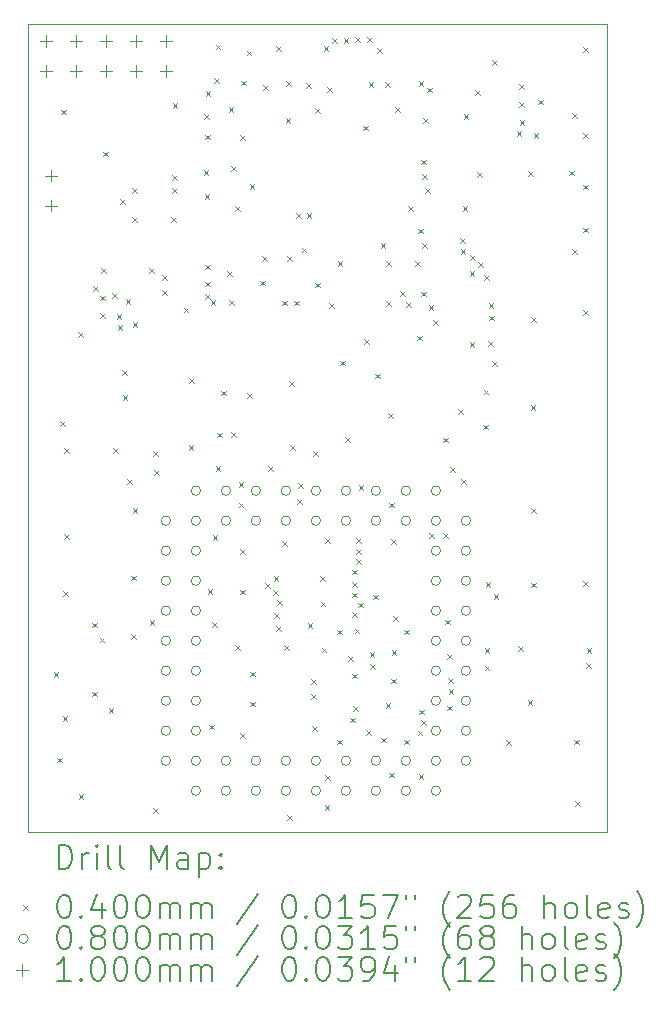
<source format=gbr>
%FSLAX45Y45*%
G04 Gerber Fmt 4.5, Leading zero omitted, Abs format (unit mm)*
G04 Created by KiCad (PCBNEW (6.0.0)) date 2022-01-09 18:23:21*
%MOMM*%
%LPD*%
G01*
G04 APERTURE LIST*
%TA.AperFunction,Profile*%
%ADD10C,0.050000*%
%TD*%
%ADD11C,0.200000*%
%ADD12C,0.040000*%
%ADD13C,0.080000*%
%ADD14C,0.100000*%
G04 APERTURE END LIST*
D10*
X17866170Y-5628370D02*
X17868392Y-12467082D01*
X12970002Y-12467082D02*
X12970320Y-5627100D01*
X17868392Y-12467082D02*
X12970002Y-12467082D01*
X12970320Y-5627100D02*
X17866170Y-5628370D01*
D11*
D12*
X13184444Y-11117646D02*
X13224444Y-11157646D01*
X13224444Y-11117646D02*
X13184444Y-11157646D01*
X13211622Y-11839260D02*
X13251622Y-11879260D01*
X13251622Y-11839260D02*
X13211622Y-11879260D01*
X13237022Y-8990650D02*
X13277022Y-9030650D01*
X13277022Y-8990650D02*
X13237022Y-9030650D01*
X13245404Y-6354130D02*
X13285404Y-6394130D01*
X13285404Y-6354130D02*
X13245404Y-6394130D01*
X13259374Y-11486454D02*
X13299374Y-11526454D01*
X13299374Y-11486454D02*
X13259374Y-11526454D01*
X13263946Y-10429814D02*
X13303946Y-10469814D01*
X13303946Y-10429814D02*
X13263946Y-10469814D01*
X13269534Y-9219758D02*
X13309534Y-9259758D01*
X13309534Y-9219758D02*
X13269534Y-9259758D01*
X13273598Y-9945436D02*
X13313598Y-9985436D01*
X13313598Y-9945436D02*
X13273598Y-9985436D01*
X13391200Y-8237540D02*
X13431200Y-8277540D01*
X13431200Y-8237540D02*
X13391200Y-8277540D01*
X13395264Y-12147870D02*
X13435264Y-12187870D01*
X13435264Y-12147870D02*
X13395264Y-12187870D01*
X13507024Y-11280714D02*
X13547024Y-11320714D01*
X13547024Y-11280714D02*
X13507024Y-11320714D01*
X13507024Y-10697784D02*
X13547024Y-10737784D01*
X13547024Y-10697784D02*
X13507024Y-10737784D01*
X13516426Y-7848200D02*
X13556426Y-7888200D01*
X13556426Y-7848200D02*
X13516426Y-7888200D01*
X13574080Y-10823260D02*
X13614080Y-10863260D01*
X13614080Y-10823260D02*
X13574080Y-10863260D01*
X13576112Y-7928039D02*
X13616112Y-7968039D01*
X13616112Y-7928039D02*
X13576112Y-7968039D01*
X13578377Y-8074748D02*
X13618377Y-8114748D01*
X13618377Y-8074748D02*
X13578377Y-8114748D01*
X13584748Y-7697028D02*
X13624748Y-7737028D01*
X13624748Y-7697028D02*
X13584748Y-7737028D01*
X13601766Y-6710238D02*
X13641766Y-6750238D01*
X13641766Y-6710238D02*
X13601766Y-6750238D01*
X13648756Y-11422700D02*
X13688756Y-11462700D01*
X13688756Y-11422700D02*
X13648756Y-11462700D01*
X13679744Y-7909880D02*
X13719744Y-7949880D01*
X13719744Y-7909880D02*
X13679744Y-7949880D01*
X13686856Y-9221028D02*
X13726856Y-9261028D01*
X13726856Y-9221028D02*
X13686856Y-9261028D01*
X13717720Y-8083100D02*
X13757720Y-8123100D01*
X13757720Y-8083100D02*
X13717720Y-8123100D01*
X13726226Y-8181152D02*
X13766226Y-8221152D01*
X13766226Y-8181152D02*
X13726226Y-8221152D01*
X13745773Y-7111599D02*
X13785773Y-7151599D01*
X13785773Y-7111599D02*
X13745773Y-7151599D01*
X13761786Y-8561390D02*
X13801786Y-8601390D01*
X13801786Y-8561390D02*
X13761786Y-8601390D01*
X13766612Y-8771702D02*
X13806612Y-8811702D01*
X13806612Y-8771702D02*
X13766612Y-8811702D01*
X13793720Y-7956100D02*
X13833720Y-7996100D01*
X13833720Y-7956100D02*
X13793720Y-7996100D01*
X13806998Y-9484934D02*
X13846998Y-9524934D01*
X13846998Y-9484934D02*
X13806998Y-9524934D01*
X13838240Y-10299766D02*
X13878240Y-10339766D01*
X13878240Y-10299766D02*
X13838240Y-10339766D01*
X13839510Y-10795066D02*
X13879510Y-10835066D01*
X13879510Y-10795066D02*
X13839510Y-10835066D01*
X13845352Y-7019610D02*
X13885352Y-7059610D01*
X13885352Y-7019610D02*
X13845352Y-7059610D01*
X13848654Y-7265990D02*
X13888654Y-7305990D01*
X13888654Y-7265990D02*
X13848654Y-7305990D01*
X13852464Y-9724964D02*
X13892464Y-9764964D01*
X13892464Y-9724964D02*
X13852464Y-9764964D01*
X13853480Y-8151180D02*
X13893480Y-8191180D01*
X13893480Y-8151180D02*
X13853480Y-8191180D01*
X13989720Y-7693100D02*
X14029720Y-7733100D01*
X14029720Y-7693100D02*
X13989720Y-7733100D01*
X13995466Y-10673654D02*
X14035466Y-10713654D01*
X14035466Y-10673654D02*
X13995466Y-10713654D01*
X14025692Y-9245666D02*
X14065692Y-9285666D01*
X14065692Y-9245666D02*
X14025692Y-9285666D01*
X14026962Y-12265218D02*
X14066962Y-12305218D01*
X14066962Y-12265218D02*
X14026962Y-12305218D01*
X14036614Y-9407210D02*
X14076614Y-9447210D01*
X14076614Y-9407210D02*
X14036614Y-9447210D01*
X14101720Y-7881100D02*
X14141720Y-7921100D01*
X14141720Y-7881100D02*
X14101720Y-7921100D01*
X14103720Y-7753100D02*
X14143720Y-7793100D01*
X14143720Y-7753100D02*
X14103720Y-7793100D01*
X14180722Y-7262291D02*
X14220722Y-7302291D01*
X14220722Y-7262291D02*
X14180722Y-7302291D01*
X14186220Y-7017070D02*
X14226220Y-7057070D01*
X14226220Y-7017070D02*
X14186220Y-7057070D01*
X14186728Y-6905818D02*
X14226728Y-6945818D01*
X14226728Y-6905818D02*
X14186728Y-6945818D01*
X14190538Y-6295964D02*
X14230538Y-6335964D01*
X14230538Y-6295964D02*
X14190538Y-6335964D01*
X14283720Y-8030100D02*
X14323720Y-8070100D01*
X14323720Y-8030100D02*
X14283720Y-8070100D01*
X14326720Y-9194756D02*
X14366720Y-9234756D01*
X14366720Y-9194756D02*
X14326720Y-9234756D01*
X14327720Y-8624756D02*
X14367720Y-8664756D01*
X14367720Y-8624756D02*
X14327720Y-8664756D01*
X14452920Y-6867464D02*
X14492920Y-6907464D01*
X14492920Y-6867464D02*
X14452920Y-6907464D01*
X14460720Y-6392100D02*
X14500720Y-6432100D01*
X14500720Y-6392100D02*
X14460720Y-6432100D01*
X14463080Y-7068124D02*
X14503080Y-7108124D01*
X14503080Y-7068124D02*
X14463080Y-7108124D01*
X14466128Y-7665278D02*
X14506128Y-7705278D01*
X14506128Y-7665278D02*
X14466128Y-7705278D01*
X14466128Y-7913182D02*
X14506128Y-7953182D01*
X14506128Y-7913182D02*
X14466128Y-7953182D01*
X14466636Y-6565966D02*
X14506636Y-6605966D01*
X14506636Y-6565966D02*
X14466636Y-6605966D01*
X14467144Y-7810058D02*
X14507144Y-7850058D01*
X14507144Y-7810058D02*
X14467144Y-7850058D01*
X14470720Y-6198100D02*
X14510720Y-6238100D01*
X14510720Y-6198100D02*
X14470720Y-6238100D01*
X14487972Y-10415844D02*
X14527972Y-10455844D01*
X14527972Y-10415844D02*
X14487972Y-10455844D01*
X14501180Y-11561130D02*
X14541180Y-11601130D01*
X14541180Y-11561130D02*
X14501180Y-11601130D01*
X14513626Y-7968808D02*
X14553626Y-8008808D01*
X14553626Y-7968808D02*
X14513626Y-8008808D01*
X14526720Y-10694151D02*
X14566720Y-10734151D01*
X14566720Y-10694151D02*
X14526720Y-10734151D01*
X14530574Y-9958176D02*
X14570574Y-9998176D01*
X14570574Y-9958176D02*
X14530574Y-9998176D01*
X14543720Y-6088100D02*
X14583720Y-6128100D01*
X14583720Y-6088100D02*
X14543720Y-6128100D01*
X14554012Y-9374952D02*
X14594012Y-9414952D01*
X14594012Y-9374952D02*
X14554012Y-9414952D01*
X14556044Y-5803458D02*
X14596044Y-5843458D01*
X14596044Y-5803458D02*
X14556044Y-5843458D01*
X14569694Y-9088716D02*
X14609694Y-9128716D01*
X14609694Y-9088716D02*
X14569694Y-9128716D01*
X14603288Y-8733602D02*
X14643288Y-8773602D01*
X14643288Y-8733602D02*
X14603288Y-8773602D01*
X14653072Y-7718618D02*
X14693072Y-7758618D01*
X14693072Y-7718618D02*
X14653072Y-7758618D01*
X14665772Y-6333302D02*
X14705772Y-6373302D01*
X14705772Y-6333302D02*
X14665772Y-6373302D01*
X14668312Y-7968808D02*
X14708312Y-8008808D01*
X14708312Y-7968808D02*
X14668312Y-8008808D01*
X14684720Y-9081756D02*
X14724720Y-9121756D01*
X14724720Y-9081756D02*
X14684720Y-9121756D01*
X14686854Y-6833174D02*
X14726854Y-6873174D01*
X14726854Y-6833174D02*
X14686854Y-6873174D01*
X14719366Y-7168708D02*
X14759366Y-7208708D01*
X14759366Y-7168708D02*
X14719366Y-7208708D01*
X14723176Y-10887776D02*
X14763176Y-10927776D01*
X14763176Y-10887776D02*
X14723176Y-10927776D01*
X14748720Y-9508100D02*
X14788720Y-9548100D01*
X14788720Y-9508100D02*
X14748720Y-9548100D01*
X14750720Y-9682100D02*
X14790720Y-9722100D01*
X14790720Y-9682100D02*
X14750720Y-9722100D01*
X14759498Y-6568760D02*
X14799498Y-6608760D01*
X14799498Y-6568760D02*
X14759498Y-6608760D01*
X14759720Y-10074100D02*
X14799720Y-10114100D01*
X14799720Y-10074100D02*
X14759720Y-10114100D01*
X14762720Y-11630100D02*
X14802720Y-11670100D01*
X14802720Y-11630100D02*
X14762720Y-11670100D01*
X14764720Y-10417100D02*
X14804720Y-10457100D01*
X14804720Y-10417100D02*
X14764720Y-10457100D01*
X14768896Y-6109274D02*
X14808896Y-6149274D01*
X14808896Y-6109274D02*
X14768896Y-6149274D01*
X14818082Y-5853128D02*
X14858082Y-5893128D01*
X14858082Y-5853128D02*
X14818082Y-5893128D01*
X14824014Y-8755192D02*
X14864014Y-8795192D01*
X14864014Y-8755192D02*
X14824014Y-8795192D01*
X14842556Y-6985066D02*
X14882556Y-7025066D01*
X14882556Y-6985066D02*
X14842556Y-7025066D01*
X14846720Y-11111100D02*
X14886720Y-11151100D01*
X14886720Y-11111100D02*
X14846720Y-11151100D01*
X14849160Y-11364788D02*
X14889160Y-11404788D01*
X14889160Y-11364788D02*
X14849160Y-11404788D01*
X14932218Y-7801422D02*
X14972218Y-7841422D01*
X14972218Y-7801422D02*
X14932218Y-7841422D01*
X14951522Y-7594920D02*
X14991522Y-7634920D01*
X14991522Y-7594920D02*
X14951522Y-7634920D01*
X14957872Y-6144456D02*
X14997872Y-6184456D01*
X14997872Y-6144456D02*
X14957872Y-6184456D01*
X14973818Y-10361516D02*
X15013818Y-10401516D01*
X15013818Y-10361516D02*
X14973818Y-10401516D01*
X14996734Y-9373936D02*
X15036734Y-9413936D01*
X15036734Y-9373936D02*
X14996734Y-9413936D01*
X15043087Y-10419604D02*
X15083087Y-10459604D01*
X15083087Y-10419604D02*
X15043087Y-10459604D01*
X15045176Y-10306015D02*
X15085176Y-10346015D01*
X15085176Y-10306015D02*
X15045176Y-10346015D01*
X15049312Y-10617012D02*
X15089312Y-10657012D01*
X15089312Y-10617012D02*
X15049312Y-10657012D01*
X15066076Y-10724099D02*
X15106076Y-10764099D01*
X15106076Y-10724099D02*
X15066076Y-10764099D01*
X15069378Y-5816666D02*
X15109378Y-5856666D01*
X15109378Y-5816666D02*
X15069378Y-5856666D01*
X15077545Y-10509567D02*
X15117545Y-10549567D01*
X15117545Y-10509567D02*
X15077545Y-10549567D01*
X15115606Y-10008428D02*
X15155606Y-10048428D01*
X15155606Y-10008428D02*
X15115606Y-10048428D01*
X15118400Y-7970332D02*
X15158400Y-8010332D01*
X15158400Y-7970332D02*
X15118400Y-8010332D01*
X15133894Y-10890062D02*
X15173894Y-10930062D01*
X15173894Y-10890062D02*
X15133894Y-10930062D01*
X15147356Y-6423980D02*
X15187356Y-6463980D01*
X15187356Y-6423980D02*
X15147356Y-6463980D01*
X15151928Y-6112830D02*
X15191928Y-6152830D01*
X15191928Y-6112830D02*
X15151928Y-6152830D01*
X15157770Y-7593396D02*
X15197770Y-7633396D01*
X15197770Y-7593396D02*
X15157770Y-7633396D01*
X15158024Y-12324146D02*
X15198024Y-12364146D01*
X15198024Y-12324146D02*
X15158024Y-12364146D01*
X15178090Y-8654354D02*
X15218090Y-8694354D01*
X15218090Y-8654354D02*
X15178090Y-8694354D01*
X15185456Y-9194358D02*
X15225456Y-9234358D01*
X15225456Y-9194358D02*
X15185456Y-9234358D01*
X15216698Y-7971856D02*
X15256698Y-8011856D01*
X15256698Y-7971856D02*
X15216698Y-8011856D01*
X15239304Y-7230684D02*
X15279304Y-7270684D01*
X15279304Y-7230684D02*
X15239304Y-7270684D01*
X15243876Y-9651812D02*
X15283876Y-9691812D01*
X15283876Y-9651812D02*
X15243876Y-9691812D01*
X15255720Y-9516100D02*
X15295720Y-9556100D01*
X15295720Y-9516100D02*
X15255720Y-9556100D01*
X15283500Y-7521260D02*
X15323500Y-7561260D01*
X15323500Y-7521260D02*
X15283500Y-7561260D01*
X15321854Y-6129340D02*
X15361854Y-6169340D01*
X15361854Y-6129340D02*
X15321854Y-6169340D01*
X15325664Y-7230684D02*
X15365664Y-7270684D01*
X15365664Y-7230684D02*
X15325664Y-7270684D01*
X15334720Y-10700100D02*
X15374720Y-10740100D01*
X15374720Y-10700100D02*
X15334720Y-10740100D01*
X15364720Y-11303100D02*
X15404720Y-11343100D01*
X15404720Y-11303100D02*
X15364720Y-11343100D01*
X15365288Y-11177082D02*
X15405288Y-11217082D01*
X15405288Y-11177082D02*
X15365288Y-11217082D01*
X15372720Y-11571100D02*
X15412720Y-11611100D01*
X15412720Y-11571100D02*
X15372720Y-11611100D01*
X15383322Y-9244142D02*
X15423322Y-9284142D01*
X15423322Y-9244142D02*
X15383322Y-9284142D01*
X15397292Y-7818694D02*
X15437292Y-7858694D01*
X15437292Y-7818694D02*
X15397292Y-7858694D01*
X15399324Y-6339906D02*
X15439324Y-6379906D01*
X15439324Y-6339906D02*
X15399324Y-6379906D01*
X15440980Y-10303068D02*
X15480980Y-10343068D01*
X15480980Y-10303068D02*
X15440980Y-10343068D01*
X15443774Y-10519476D02*
X15483774Y-10559476D01*
X15483774Y-10519476D02*
X15443774Y-10559476D01*
X15451720Y-10908100D02*
X15491720Y-10948100D01*
X15491720Y-10908100D02*
X15451720Y-10948100D01*
X15469428Y-5816412D02*
X15509428Y-5856412D01*
X15509428Y-5816412D02*
X15469428Y-5856412D01*
X15478318Y-12244390D02*
X15518318Y-12284390D01*
X15518318Y-12244390D02*
X15478318Y-12284390D01*
X15481840Y-11990932D02*
X15521840Y-12030932D01*
X15521840Y-11990932D02*
X15481840Y-12030932D01*
X15483652Y-9978964D02*
X15523652Y-10018964D01*
X15523652Y-9978964D02*
X15483652Y-10018964D01*
X15498892Y-6160204D02*
X15538892Y-6200204D01*
X15538892Y-6160204D02*
X15498892Y-6200204D01*
X15517942Y-7992430D02*
X15557942Y-8032430D01*
X15557942Y-7992430D02*
X15517942Y-8032430D01*
X15540294Y-5745546D02*
X15580294Y-5785546D01*
X15580294Y-5745546D02*
X15540294Y-5785546D01*
X15581696Y-11688130D02*
X15621696Y-11728130D01*
X15621696Y-11688130D02*
X15581696Y-11728130D01*
X15583474Y-10755696D02*
X15623474Y-10795696D01*
X15623474Y-10755696D02*
X15583474Y-10795696D01*
X15588808Y-7634036D02*
X15628808Y-7674036D01*
X15628808Y-7634036D02*
X15588808Y-7674036D01*
X15611720Y-8478100D02*
X15651720Y-8518100D01*
X15651720Y-8478100D02*
X15611720Y-8518100D01*
X15639100Y-5745546D02*
X15679100Y-5785546D01*
X15679100Y-5745546D02*
X15639100Y-5785546D01*
X15650530Y-9124508D02*
X15690530Y-9164508D01*
X15690530Y-9124508D02*
X15650530Y-9164508D01*
X15677619Y-10978006D02*
X15717619Y-11018006D01*
X15717619Y-10978006D02*
X15677619Y-11018006D01*
X15693945Y-11501153D02*
X15733945Y-11541153D01*
X15733945Y-11501153D02*
X15693945Y-11541153D01*
X15708054Y-10609650D02*
X15748054Y-10649650D01*
X15748054Y-10609650D02*
X15708054Y-10649650D01*
X15708950Y-11128060D02*
X15748950Y-11168060D01*
X15748950Y-11128060D02*
X15708950Y-11168060D01*
X15713647Y-10352644D02*
X15753647Y-10392644D01*
X15753647Y-10352644D02*
X15713647Y-10392644D01*
X15713647Y-10443044D02*
X15753647Y-10483044D01*
X15753647Y-10443044D02*
X15713647Y-10483044D01*
X15713756Y-10248282D02*
X15753756Y-10288282D01*
X15753756Y-10248282D02*
X15713756Y-10288282D01*
X15720888Y-11406952D02*
X15760888Y-11446952D01*
X15760888Y-11406952D02*
X15720888Y-11446952D01*
X15731810Y-10747568D02*
X15771810Y-10787568D01*
X15771810Y-10747568D02*
X15731810Y-10787568D01*
X15735112Y-5741482D02*
X15775112Y-5781482D01*
X15775112Y-5741482D02*
X15735112Y-5781482D01*
X15743979Y-10162206D02*
X15783979Y-10202206D01*
X15783979Y-10162206D02*
X15743979Y-10202206D01*
X15744625Y-9981418D02*
X15784625Y-10021418D01*
X15784625Y-9981418D02*
X15744625Y-10021418D01*
X15745372Y-10071816D02*
X15785372Y-10111816D01*
X15785372Y-10071816D02*
X15745372Y-10111816D01*
X15763052Y-10527858D02*
X15803052Y-10567858D01*
X15803052Y-10527858D02*
X15763052Y-10567858D01*
X15765720Y-9532100D02*
X15805720Y-9572100D01*
X15805720Y-9532100D02*
X15765720Y-9572100D01*
X15804962Y-6487988D02*
X15844962Y-6527988D01*
X15844962Y-6487988D02*
X15804962Y-6527988D01*
X15814720Y-8296100D02*
X15854720Y-8336100D01*
X15854720Y-8296100D02*
X15814720Y-8336100D01*
X15827314Y-11604310D02*
X15867314Y-11644310D01*
X15867314Y-11604310D02*
X15827314Y-11644310D01*
X15835188Y-5742498D02*
X15875188Y-5782498D01*
X15875188Y-5742498D02*
X15835188Y-5782498D01*
X15849720Y-6121100D02*
X15889720Y-6161100D01*
X15889720Y-6121100D02*
X15849720Y-6161100D01*
X15859318Y-10948736D02*
X15899318Y-10988736D01*
X15899318Y-10948736D02*
X15859318Y-10988736D01*
X15860334Y-11048812D02*
X15900334Y-11088812D01*
X15900334Y-11048812D02*
X15860334Y-11088812D01*
X15886619Y-10459624D02*
X15926619Y-10499624D01*
X15926619Y-10459624D02*
X15886619Y-10499624D01*
X15904530Y-8588568D02*
X15944530Y-8628568D01*
X15944530Y-8588568D02*
X15904530Y-8628568D01*
X15919770Y-5830636D02*
X15959770Y-5870636D01*
X15959770Y-5830636D02*
X15919770Y-5870636D01*
X15951774Y-7482398D02*
X15991774Y-7522398D01*
X15991774Y-7482398D02*
X15951774Y-7522398D01*
X15958378Y-11671112D02*
X15998378Y-11711112D01*
X15998378Y-11671112D02*
X15958378Y-11711112D01*
X15987720Y-6121100D02*
X16027720Y-6161100D01*
X16027720Y-6121100D02*
X15987720Y-6161100D01*
X15993684Y-11380536D02*
X16033684Y-11420536D01*
X16033684Y-11380536D02*
X15993684Y-11420536D01*
X15998256Y-7636322D02*
X16038256Y-7676322D01*
X16038256Y-7636322D02*
X15998256Y-7676322D01*
X16000034Y-7973126D02*
X16040034Y-8013126D01*
X16040034Y-7973126D02*
X16000034Y-8013126D01*
X16017720Y-8926100D02*
X16057720Y-8966100D01*
X16057720Y-8926100D02*
X16017720Y-8966100D01*
X16021878Y-11966768D02*
X16061878Y-12006768D01*
X16061878Y-11966768D02*
X16021878Y-12006768D01*
X16022720Y-9682100D02*
X16062720Y-9722100D01*
X16062720Y-9682100D02*
X16022720Y-9722100D01*
X16038388Y-11172256D02*
X16078388Y-11212256D01*
X16078388Y-11172256D02*
X16038388Y-11212256D01*
X16040720Y-9993100D02*
X16080720Y-10033100D01*
X16080720Y-9993100D02*
X16040720Y-10033100D01*
X16044040Y-10927204D02*
X16084040Y-10967204D01*
X16084040Y-10927204D02*
X16044040Y-10967204D01*
X16055152Y-10640634D02*
X16095152Y-10680634D01*
X16095152Y-10640634D02*
X16055152Y-10680634D01*
X16072678Y-6334572D02*
X16112678Y-6374572D01*
X16112678Y-6334572D02*
X16072678Y-6374572D01*
X16119414Y-7888290D02*
X16159414Y-7928290D01*
X16159414Y-7888290D02*
X16119414Y-7928290D01*
X16153450Y-11688130D02*
X16193450Y-11728130D01*
X16193450Y-11688130D02*
X16153450Y-11728130D01*
X16153704Y-10757474D02*
X16193704Y-10797474D01*
X16193704Y-10757474D02*
X16153704Y-10797474D01*
X16168182Y-7982524D02*
X16208182Y-8022524D01*
X16208182Y-7982524D02*
X16168182Y-8022524D01*
X16182660Y-7168708D02*
X16222660Y-7208708D01*
X16222660Y-7168708D02*
X16182660Y-7208708D01*
X16244128Y-7639370D02*
X16284128Y-7679370D01*
X16284128Y-7639370D02*
X16244128Y-7679370D01*
X16262924Y-8266242D02*
X16302924Y-8306242D01*
X16302924Y-8266242D02*
X16262924Y-8306242D01*
X16264956Y-11610660D02*
X16304956Y-11650660D01*
X16304956Y-11610660D02*
X16264956Y-11650660D01*
X16270544Y-7362002D02*
X16310544Y-7402002D01*
X16310544Y-7362002D02*
X16270544Y-7402002D01*
X16273592Y-11979214D02*
X16313592Y-12019214D01*
X16313592Y-11979214D02*
X16273592Y-12019214D01*
X16274221Y-6113100D02*
X16314221Y-6153100D01*
X16314221Y-6113100D02*
X16274221Y-6153100D01*
X16276640Y-11432860D02*
X16316640Y-11472860D01*
X16316640Y-11432860D02*
X16276640Y-11472860D01*
X16292134Y-6777802D02*
X16332134Y-6817802D01*
X16332134Y-6777802D02*
X16292134Y-6817802D01*
X16292134Y-7895402D02*
X16332134Y-7935402D01*
X16332134Y-7895402D02*
X16292134Y-7935402D01*
X16296960Y-11523284D02*
X16336960Y-11563284D01*
X16336960Y-11523284D02*
X16296960Y-11563284D01*
X16303818Y-6900738D02*
X16343818Y-6940738D01*
X16343818Y-6900738D02*
X16303818Y-6940738D01*
X16304072Y-7483160D02*
X16344072Y-7523160D01*
X16344072Y-7483160D02*
X16304072Y-7523160D01*
X16309152Y-6424996D02*
X16349152Y-6464996D01*
X16349152Y-6424996D02*
X16309152Y-6464996D01*
X16331250Y-7019356D02*
X16371250Y-7059356D01*
X16371250Y-7019356D02*
X16331250Y-7059356D01*
X16343720Y-6167100D02*
X16383720Y-6207100D01*
X16383720Y-6167100D02*
X16343720Y-6207100D01*
X16357412Y-8006146D02*
X16397412Y-8046146D01*
X16397412Y-8006146D02*
X16357412Y-8046146D01*
X16361222Y-9939340D02*
X16401222Y-9979340D01*
X16401222Y-9939340D02*
X16361222Y-9979340D01*
X16397544Y-8133654D02*
X16437544Y-8173654D01*
X16437544Y-8133654D02*
X16397544Y-8173654D01*
X16479078Y-9938070D02*
X16519078Y-9978070D01*
X16519078Y-9938070D02*
X16479078Y-9978070D01*
X16479332Y-9130604D02*
X16519332Y-9170604D01*
X16519332Y-9130604D02*
X16479332Y-9170604D01*
X16496350Y-10671622D02*
X16536350Y-10711622D01*
X16536350Y-10671622D02*
X16496350Y-10711622D01*
X16516162Y-10960928D02*
X16556162Y-11000928D01*
X16556162Y-10960928D02*
X16516162Y-11000928D01*
X16517940Y-11400727D02*
X16557940Y-11440727D01*
X16557940Y-11400727D02*
X16517940Y-11440727D01*
X16526576Y-11167684D02*
X16566576Y-11207684D01*
X16566576Y-11167684D02*
X16526576Y-11207684D01*
X16528100Y-11260140D02*
X16568100Y-11300140D01*
X16568100Y-11260140D02*
X16528100Y-11300140D01*
X16539784Y-9378762D02*
X16579784Y-9418762D01*
X16579784Y-9378762D02*
X16539784Y-9418762D01*
X16606332Y-8892352D02*
X16646332Y-8932352D01*
X16646332Y-8892352D02*
X16606332Y-8932352D01*
X16627668Y-7444044D02*
X16667668Y-7484044D01*
X16667668Y-7444044D02*
X16627668Y-7484044D01*
X16630208Y-7534468D02*
X16670208Y-7574468D01*
X16670208Y-7534468D02*
X16630208Y-7574468D01*
X16635796Y-9479600D02*
X16675796Y-9519600D01*
X16675796Y-9479600D02*
X16635796Y-9519600D01*
X16645831Y-7168708D02*
X16685831Y-7208708D01*
X16685831Y-7168708D02*
X16645831Y-7208708D01*
X16654592Y-6392230D02*
X16694592Y-6432230D01*
X16694592Y-6392230D02*
X16654592Y-6432230D01*
X16704884Y-7722601D02*
X16744884Y-7762601D01*
X16744884Y-7722601D02*
X16704884Y-7762601D01*
X16705392Y-8321614D02*
X16745392Y-8361614D01*
X16745392Y-8321614D02*
X16705392Y-8361614D01*
X16710472Y-7583744D02*
X16750472Y-7623744D01*
X16750472Y-7583744D02*
X16710472Y-7623744D01*
X16752636Y-6189792D02*
X16792636Y-6229792D01*
X16792636Y-6189792D02*
X16752636Y-6229792D01*
X16768638Y-6882450D02*
X16808638Y-6922450D01*
X16808638Y-6882450D02*
X16768638Y-6922450D01*
X16776004Y-7646736D02*
X16816004Y-7686736D01*
X16816004Y-7646736D02*
X16776004Y-7686736D01*
X16821978Y-9020622D02*
X16861978Y-9060622D01*
X16861978Y-9020622D02*
X16821978Y-9060622D01*
X16825026Y-8724204D02*
X16865026Y-8764204D01*
X16865026Y-8724204D02*
X16825026Y-8764204D01*
X16827312Y-7754940D02*
X16867312Y-7794940D01*
X16867312Y-7754940D02*
X16827312Y-7794940D01*
X16832459Y-10911082D02*
X16872459Y-10951082D01*
X16872459Y-10911082D02*
X16832459Y-10951082D01*
X16833662Y-11060750D02*
X16873662Y-11100750D01*
X16873662Y-11060750D02*
X16833662Y-11100750D01*
X16840266Y-10352090D02*
X16880266Y-10392090D01*
X16880266Y-10352090D02*
X16840266Y-10392090D01*
X16865158Y-8314248D02*
X16905158Y-8354248D01*
X16905158Y-8314248D02*
X16865158Y-8354248D01*
X16866682Y-7994716D02*
X16906682Y-8034716D01*
X16906682Y-7994716D02*
X16866682Y-8034716D01*
X16870238Y-8097078D02*
X16910238Y-8137078D01*
X16910238Y-8097078D02*
X16870238Y-8137078D01*
X16894114Y-8485444D02*
X16934114Y-8525444D01*
X16934114Y-8485444D02*
X16894114Y-8525444D01*
X16898432Y-5936300D02*
X16938432Y-5976300D01*
X16938432Y-5936300D02*
X16898432Y-5976300D01*
X16909862Y-10453690D02*
X16949862Y-10493690D01*
X16949862Y-10453690D02*
X16909862Y-10493690D01*
X17017304Y-11688892D02*
X17057304Y-11728892D01*
X17057304Y-11688892D02*
X17017304Y-11728892D01*
X17102648Y-6535232D02*
X17142648Y-6575232D01*
X17142648Y-6535232D02*
X17102648Y-6575232D01*
X17113570Y-10897174D02*
X17153570Y-10937174D01*
X17153570Y-10897174D02*
X17113570Y-10937174D01*
X17123476Y-6135436D02*
X17163476Y-6175436D01*
X17163476Y-6135436D02*
X17123476Y-6175436D01*
X17127540Y-6288852D02*
X17167540Y-6328852D01*
X17167540Y-6288852D02*
X17127540Y-6328852D01*
X17128556Y-6443284D02*
X17168556Y-6483284D01*
X17168556Y-6443284D02*
X17128556Y-6483284D01*
X17197644Y-11352596D02*
X17237644Y-11392596D01*
X17237644Y-11352596D02*
X17197644Y-11392596D01*
X17201708Y-6872036D02*
X17241708Y-6912036D01*
X17241708Y-6872036D02*
X17201708Y-6912036D01*
X17222790Y-8855522D02*
X17262790Y-8895522D01*
X17262790Y-8855522D02*
X17222790Y-8895522D01*
X17224568Y-10359456D02*
X17264568Y-10399456D01*
X17264568Y-10359456D02*
X17224568Y-10399456D01*
X17228632Y-9729282D02*
X17268632Y-9769282D01*
X17268632Y-9729282D02*
X17228632Y-9769282D01*
X17228886Y-8110540D02*
X17268886Y-8150540D01*
X17268886Y-8110540D02*
X17228886Y-8150540D01*
X17247936Y-6554359D02*
X17287936Y-6594359D01*
X17287936Y-6554359D02*
X17247936Y-6594359D01*
X17284512Y-6269548D02*
X17324512Y-6309548D01*
X17324512Y-6269548D02*
X17284512Y-6309548D01*
X17549688Y-6868988D02*
X17589688Y-6908988D01*
X17589688Y-6868988D02*
X17549688Y-6908988D01*
X17572294Y-6381562D02*
X17612294Y-6421562D01*
X17612294Y-6381562D02*
X17572294Y-6421562D01*
X17573564Y-7533452D02*
X17613564Y-7573452D01*
X17613564Y-7533452D02*
X17573564Y-7573452D01*
X17589312Y-11688384D02*
X17629312Y-11728384D01*
X17629312Y-11688384D02*
X17589312Y-11728384D01*
X17596932Y-12210608D02*
X17636932Y-12250608D01*
X17636932Y-12210608D02*
X17596932Y-12250608D01*
X17664496Y-5822508D02*
X17704496Y-5862508D01*
X17704496Y-5822508D02*
X17664496Y-5862508D01*
X17664750Y-10344216D02*
X17704750Y-10384216D01*
X17704750Y-10344216D02*
X17664750Y-10384216D01*
X17667036Y-6987860D02*
X17707036Y-7027860D01*
X17707036Y-6987860D02*
X17667036Y-7027860D01*
X17667544Y-6554359D02*
X17707544Y-6594359D01*
X17707544Y-6554359D02*
X17667544Y-6594359D01*
X17669068Y-7352096D02*
X17709068Y-7392096D01*
X17709068Y-7352096D02*
X17669068Y-7392096D01*
X17669068Y-8054152D02*
X17709068Y-8094152D01*
X17709068Y-8054152D02*
X17669068Y-8094152D01*
X17694976Y-11042970D02*
X17734976Y-11082970D01*
X17734976Y-11042970D02*
X17694976Y-11082970D01*
X17697008Y-10915208D02*
X17737008Y-10955208D01*
X17737008Y-10915208D02*
X17697008Y-10955208D01*
D13*
X14173830Y-9833610D02*
G75*
G03*
X14173830Y-9833610I-40000J0D01*
G01*
X14173830Y-10087610D02*
G75*
G03*
X14173830Y-10087610I-40000J0D01*
G01*
X14173830Y-10341610D02*
G75*
G03*
X14173830Y-10341610I-40000J0D01*
G01*
X14173830Y-10595610D02*
G75*
G03*
X14173830Y-10595610I-40000J0D01*
G01*
X14173830Y-10849610D02*
G75*
G03*
X14173830Y-10849610I-40000J0D01*
G01*
X14173830Y-11103610D02*
G75*
G03*
X14173830Y-11103610I-40000J0D01*
G01*
X14173830Y-11357610D02*
G75*
G03*
X14173830Y-11357610I-40000J0D01*
G01*
X14173830Y-11611610D02*
G75*
G03*
X14173830Y-11611610I-40000J0D01*
G01*
X14173830Y-11865610D02*
G75*
G03*
X14173830Y-11865610I-40000J0D01*
G01*
X14427830Y-9579610D02*
G75*
G03*
X14427830Y-9579610I-40000J0D01*
G01*
X14427830Y-9833610D02*
G75*
G03*
X14427830Y-9833610I-40000J0D01*
G01*
X14427830Y-10087610D02*
G75*
G03*
X14427830Y-10087610I-40000J0D01*
G01*
X14427830Y-10341610D02*
G75*
G03*
X14427830Y-10341610I-40000J0D01*
G01*
X14427830Y-10595610D02*
G75*
G03*
X14427830Y-10595610I-40000J0D01*
G01*
X14427830Y-10849610D02*
G75*
G03*
X14427830Y-10849610I-40000J0D01*
G01*
X14427830Y-11103610D02*
G75*
G03*
X14427830Y-11103610I-40000J0D01*
G01*
X14427830Y-11357610D02*
G75*
G03*
X14427830Y-11357610I-40000J0D01*
G01*
X14427830Y-11611610D02*
G75*
G03*
X14427830Y-11611610I-40000J0D01*
G01*
X14427830Y-11865610D02*
G75*
G03*
X14427830Y-11865610I-40000J0D01*
G01*
X14427830Y-12119610D02*
G75*
G03*
X14427830Y-12119610I-40000J0D01*
G01*
X14681830Y-9579610D02*
G75*
G03*
X14681830Y-9579610I-40000J0D01*
G01*
X14681830Y-9833610D02*
G75*
G03*
X14681830Y-9833610I-40000J0D01*
G01*
X14681830Y-11865610D02*
G75*
G03*
X14681830Y-11865610I-40000J0D01*
G01*
X14681830Y-12119610D02*
G75*
G03*
X14681830Y-12119610I-40000J0D01*
G01*
X14935830Y-9579610D02*
G75*
G03*
X14935830Y-9579610I-40000J0D01*
G01*
X14935830Y-9833610D02*
G75*
G03*
X14935830Y-9833610I-40000J0D01*
G01*
X14935830Y-11865610D02*
G75*
G03*
X14935830Y-11865610I-40000J0D01*
G01*
X14935830Y-12119610D02*
G75*
G03*
X14935830Y-12119610I-40000J0D01*
G01*
X15189830Y-9579610D02*
G75*
G03*
X15189830Y-9579610I-40000J0D01*
G01*
X15189830Y-9833610D02*
G75*
G03*
X15189830Y-9833610I-40000J0D01*
G01*
X15189830Y-11865610D02*
G75*
G03*
X15189830Y-11865610I-40000J0D01*
G01*
X15189830Y-12119610D02*
G75*
G03*
X15189830Y-12119610I-40000J0D01*
G01*
X15443830Y-9579610D02*
G75*
G03*
X15443830Y-9579610I-40000J0D01*
G01*
X15443830Y-9833610D02*
G75*
G03*
X15443830Y-9833610I-40000J0D01*
G01*
X15443830Y-11865610D02*
G75*
G03*
X15443830Y-11865610I-40000J0D01*
G01*
X15443830Y-12119610D02*
G75*
G03*
X15443830Y-12119610I-40000J0D01*
G01*
X15697830Y-9579610D02*
G75*
G03*
X15697830Y-9579610I-40000J0D01*
G01*
X15697830Y-9833610D02*
G75*
G03*
X15697830Y-9833610I-40000J0D01*
G01*
X15697830Y-11865610D02*
G75*
G03*
X15697830Y-11865610I-40000J0D01*
G01*
X15697830Y-12119610D02*
G75*
G03*
X15697830Y-12119610I-40000J0D01*
G01*
X15951830Y-9579610D02*
G75*
G03*
X15951830Y-9579610I-40000J0D01*
G01*
X15951830Y-9833610D02*
G75*
G03*
X15951830Y-9833610I-40000J0D01*
G01*
X15951830Y-11865610D02*
G75*
G03*
X15951830Y-11865610I-40000J0D01*
G01*
X15951830Y-12119610D02*
G75*
G03*
X15951830Y-12119610I-40000J0D01*
G01*
X16205830Y-9579610D02*
G75*
G03*
X16205830Y-9579610I-40000J0D01*
G01*
X16205830Y-9833610D02*
G75*
G03*
X16205830Y-9833610I-40000J0D01*
G01*
X16205830Y-11865610D02*
G75*
G03*
X16205830Y-11865610I-40000J0D01*
G01*
X16205830Y-12119610D02*
G75*
G03*
X16205830Y-12119610I-40000J0D01*
G01*
X16459830Y-9579610D02*
G75*
G03*
X16459830Y-9579610I-40000J0D01*
G01*
X16459830Y-9833610D02*
G75*
G03*
X16459830Y-9833610I-40000J0D01*
G01*
X16459830Y-10087610D02*
G75*
G03*
X16459830Y-10087610I-40000J0D01*
G01*
X16459830Y-10341610D02*
G75*
G03*
X16459830Y-10341610I-40000J0D01*
G01*
X16459830Y-10595610D02*
G75*
G03*
X16459830Y-10595610I-40000J0D01*
G01*
X16459830Y-10849610D02*
G75*
G03*
X16459830Y-10849610I-40000J0D01*
G01*
X16459830Y-11103610D02*
G75*
G03*
X16459830Y-11103610I-40000J0D01*
G01*
X16459830Y-11357610D02*
G75*
G03*
X16459830Y-11357610I-40000J0D01*
G01*
X16459830Y-11611610D02*
G75*
G03*
X16459830Y-11611610I-40000J0D01*
G01*
X16459830Y-11865610D02*
G75*
G03*
X16459830Y-11865610I-40000J0D01*
G01*
X16459830Y-12119610D02*
G75*
G03*
X16459830Y-12119610I-40000J0D01*
G01*
X16713830Y-9833610D02*
G75*
G03*
X16713830Y-9833610I-40000J0D01*
G01*
X16713830Y-10087610D02*
G75*
G03*
X16713830Y-10087610I-40000J0D01*
G01*
X16713830Y-10341610D02*
G75*
G03*
X16713830Y-10341610I-40000J0D01*
G01*
X16713830Y-10595610D02*
G75*
G03*
X16713830Y-10595610I-40000J0D01*
G01*
X16713830Y-10849610D02*
G75*
G03*
X16713830Y-10849610I-40000J0D01*
G01*
X16713830Y-11103610D02*
G75*
G03*
X16713830Y-11103610I-40000J0D01*
G01*
X16713830Y-11357610D02*
G75*
G03*
X16713830Y-11357610I-40000J0D01*
G01*
X16713830Y-11611610D02*
G75*
G03*
X16713830Y-11611610I-40000J0D01*
G01*
X16713830Y-11865610D02*
G75*
G03*
X16713830Y-11865610I-40000J0D01*
G01*
D14*
X13116560Y-5721134D02*
X13116560Y-5821134D01*
X13066560Y-5771134D02*
X13166560Y-5771134D01*
X13116560Y-5975134D02*
X13116560Y-6075134D01*
X13066560Y-6025134D02*
X13166560Y-6025134D01*
X13162026Y-6861340D02*
X13162026Y-6961340D01*
X13112026Y-6911340D02*
X13212026Y-6911340D01*
X13162026Y-7115340D02*
X13162026Y-7215340D01*
X13112026Y-7165340D02*
X13212026Y-7165340D01*
X13370560Y-5721134D02*
X13370560Y-5821134D01*
X13320560Y-5771134D02*
X13420560Y-5771134D01*
X13370560Y-5975134D02*
X13370560Y-6075134D01*
X13320560Y-6025134D02*
X13420560Y-6025134D01*
X13624560Y-5721134D02*
X13624560Y-5821134D01*
X13574560Y-5771134D02*
X13674560Y-5771134D01*
X13624560Y-5975134D02*
X13624560Y-6075134D01*
X13574560Y-6025134D02*
X13674560Y-6025134D01*
X13878560Y-5721134D02*
X13878560Y-5821134D01*
X13828560Y-5771134D02*
X13928560Y-5771134D01*
X13878560Y-5975134D02*
X13878560Y-6075134D01*
X13828560Y-6025134D02*
X13928560Y-6025134D01*
X14132560Y-5721134D02*
X14132560Y-5821134D01*
X14082560Y-5771134D02*
X14182560Y-5771134D01*
X14132560Y-5975134D02*
X14132560Y-6075134D01*
X14082560Y-6025134D02*
X14182560Y-6025134D01*
D11*
X13225121Y-12780058D02*
X13225121Y-12580058D01*
X13272740Y-12580058D01*
X13301311Y-12589582D01*
X13320359Y-12608630D01*
X13329883Y-12627677D01*
X13339407Y-12665772D01*
X13339407Y-12694344D01*
X13329883Y-12732439D01*
X13320359Y-12751487D01*
X13301311Y-12770534D01*
X13272740Y-12780058D01*
X13225121Y-12780058D01*
X13425121Y-12780058D02*
X13425121Y-12646725D01*
X13425121Y-12684820D02*
X13434645Y-12665772D01*
X13444169Y-12656249D01*
X13463216Y-12646725D01*
X13482264Y-12646725D01*
X13548930Y-12780058D02*
X13548930Y-12646725D01*
X13548930Y-12580058D02*
X13539407Y-12589582D01*
X13548930Y-12599106D01*
X13558454Y-12589582D01*
X13548930Y-12580058D01*
X13548930Y-12599106D01*
X13672740Y-12780058D02*
X13653692Y-12770534D01*
X13644169Y-12751487D01*
X13644169Y-12580058D01*
X13777502Y-12780058D02*
X13758454Y-12770534D01*
X13748930Y-12751487D01*
X13748930Y-12580058D01*
X14006073Y-12780058D02*
X14006073Y-12580058D01*
X14072740Y-12722915D01*
X14139407Y-12580058D01*
X14139407Y-12780058D01*
X14320359Y-12780058D02*
X14320359Y-12675296D01*
X14310835Y-12656249D01*
X14291788Y-12646725D01*
X14253692Y-12646725D01*
X14234645Y-12656249D01*
X14320359Y-12770534D02*
X14301311Y-12780058D01*
X14253692Y-12780058D01*
X14234645Y-12770534D01*
X14225121Y-12751487D01*
X14225121Y-12732439D01*
X14234645Y-12713391D01*
X14253692Y-12703868D01*
X14301311Y-12703868D01*
X14320359Y-12694344D01*
X14415597Y-12646725D02*
X14415597Y-12846725D01*
X14415597Y-12656249D02*
X14434645Y-12646725D01*
X14472740Y-12646725D01*
X14491788Y-12656249D01*
X14501311Y-12665772D01*
X14510835Y-12684820D01*
X14510835Y-12741963D01*
X14501311Y-12761010D01*
X14491788Y-12770534D01*
X14472740Y-12780058D01*
X14434645Y-12780058D01*
X14415597Y-12770534D01*
X14596550Y-12761010D02*
X14606073Y-12770534D01*
X14596550Y-12780058D01*
X14587026Y-12770534D01*
X14596550Y-12761010D01*
X14596550Y-12780058D01*
X14596550Y-12656249D02*
X14606073Y-12665772D01*
X14596550Y-12675296D01*
X14587026Y-12665772D01*
X14596550Y-12656249D01*
X14596550Y-12675296D01*
D12*
X12927502Y-13089582D02*
X12967502Y-13129582D01*
X12967502Y-13089582D02*
X12927502Y-13129582D01*
D11*
X13263216Y-13000058D02*
X13282264Y-13000058D01*
X13301311Y-13009582D01*
X13310835Y-13019106D01*
X13320359Y-13038153D01*
X13329883Y-13076249D01*
X13329883Y-13123868D01*
X13320359Y-13161963D01*
X13310835Y-13181010D01*
X13301311Y-13190534D01*
X13282264Y-13200058D01*
X13263216Y-13200058D01*
X13244169Y-13190534D01*
X13234645Y-13181010D01*
X13225121Y-13161963D01*
X13215597Y-13123868D01*
X13215597Y-13076249D01*
X13225121Y-13038153D01*
X13234645Y-13019106D01*
X13244169Y-13009582D01*
X13263216Y-13000058D01*
X13415597Y-13181010D02*
X13425121Y-13190534D01*
X13415597Y-13200058D01*
X13406073Y-13190534D01*
X13415597Y-13181010D01*
X13415597Y-13200058D01*
X13596550Y-13066725D02*
X13596550Y-13200058D01*
X13548930Y-12990534D02*
X13501311Y-13133391D01*
X13625121Y-13133391D01*
X13739407Y-13000058D02*
X13758454Y-13000058D01*
X13777502Y-13009582D01*
X13787026Y-13019106D01*
X13796550Y-13038153D01*
X13806073Y-13076249D01*
X13806073Y-13123868D01*
X13796550Y-13161963D01*
X13787026Y-13181010D01*
X13777502Y-13190534D01*
X13758454Y-13200058D01*
X13739407Y-13200058D01*
X13720359Y-13190534D01*
X13710835Y-13181010D01*
X13701311Y-13161963D01*
X13691788Y-13123868D01*
X13691788Y-13076249D01*
X13701311Y-13038153D01*
X13710835Y-13019106D01*
X13720359Y-13009582D01*
X13739407Y-13000058D01*
X13929883Y-13000058D02*
X13948930Y-13000058D01*
X13967978Y-13009582D01*
X13977502Y-13019106D01*
X13987026Y-13038153D01*
X13996550Y-13076249D01*
X13996550Y-13123868D01*
X13987026Y-13161963D01*
X13977502Y-13181010D01*
X13967978Y-13190534D01*
X13948930Y-13200058D01*
X13929883Y-13200058D01*
X13910835Y-13190534D01*
X13901311Y-13181010D01*
X13891788Y-13161963D01*
X13882264Y-13123868D01*
X13882264Y-13076249D01*
X13891788Y-13038153D01*
X13901311Y-13019106D01*
X13910835Y-13009582D01*
X13929883Y-13000058D01*
X14082264Y-13200058D02*
X14082264Y-13066725D01*
X14082264Y-13085772D02*
X14091788Y-13076249D01*
X14110835Y-13066725D01*
X14139407Y-13066725D01*
X14158454Y-13076249D01*
X14167978Y-13095296D01*
X14167978Y-13200058D01*
X14167978Y-13095296D02*
X14177502Y-13076249D01*
X14196550Y-13066725D01*
X14225121Y-13066725D01*
X14244169Y-13076249D01*
X14253692Y-13095296D01*
X14253692Y-13200058D01*
X14348930Y-13200058D02*
X14348930Y-13066725D01*
X14348930Y-13085772D02*
X14358454Y-13076249D01*
X14377502Y-13066725D01*
X14406073Y-13066725D01*
X14425121Y-13076249D01*
X14434645Y-13095296D01*
X14434645Y-13200058D01*
X14434645Y-13095296D02*
X14444169Y-13076249D01*
X14463216Y-13066725D01*
X14491788Y-13066725D01*
X14510835Y-13076249D01*
X14520359Y-13095296D01*
X14520359Y-13200058D01*
X14910835Y-12990534D02*
X14739407Y-13247677D01*
X15167978Y-13000058D02*
X15187026Y-13000058D01*
X15206073Y-13009582D01*
X15215597Y-13019106D01*
X15225121Y-13038153D01*
X15234645Y-13076249D01*
X15234645Y-13123868D01*
X15225121Y-13161963D01*
X15215597Y-13181010D01*
X15206073Y-13190534D01*
X15187026Y-13200058D01*
X15167978Y-13200058D01*
X15148930Y-13190534D01*
X15139407Y-13181010D01*
X15129883Y-13161963D01*
X15120359Y-13123868D01*
X15120359Y-13076249D01*
X15129883Y-13038153D01*
X15139407Y-13019106D01*
X15148930Y-13009582D01*
X15167978Y-13000058D01*
X15320359Y-13181010D02*
X15329883Y-13190534D01*
X15320359Y-13200058D01*
X15310835Y-13190534D01*
X15320359Y-13181010D01*
X15320359Y-13200058D01*
X15453692Y-13000058D02*
X15472740Y-13000058D01*
X15491788Y-13009582D01*
X15501311Y-13019106D01*
X15510835Y-13038153D01*
X15520359Y-13076249D01*
X15520359Y-13123868D01*
X15510835Y-13161963D01*
X15501311Y-13181010D01*
X15491788Y-13190534D01*
X15472740Y-13200058D01*
X15453692Y-13200058D01*
X15434645Y-13190534D01*
X15425121Y-13181010D01*
X15415597Y-13161963D01*
X15406073Y-13123868D01*
X15406073Y-13076249D01*
X15415597Y-13038153D01*
X15425121Y-13019106D01*
X15434645Y-13009582D01*
X15453692Y-13000058D01*
X15710835Y-13200058D02*
X15596550Y-13200058D01*
X15653692Y-13200058D02*
X15653692Y-13000058D01*
X15634645Y-13028630D01*
X15615597Y-13047677D01*
X15596550Y-13057201D01*
X15891788Y-13000058D02*
X15796550Y-13000058D01*
X15787026Y-13095296D01*
X15796550Y-13085772D01*
X15815597Y-13076249D01*
X15863216Y-13076249D01*
X15882264Y-13085772D01*
X15891788Y-13095296D01*
X15901311Y-13114344D01*
X15901311Y-13161963D01*
X15891788Y-13181010D01*
X15882264Y-13190534D01*
X15863216Y-13200058D01*
X15815597Y-13200058D01*
X15796550Y-13190534D01*
X15787026Y-13181010D01*
X15967978Y-13000058D02*
X16101311Y-13000058D01*
X16015597Y-13200058D01*
X16167978Y-13000058D02*
X16167978Y-13038153D01*
X16244169Y-13000058D02*
X16244169Y-13038153D01*
X16539407Y-13276249D02*
X16529883Y-13266725D01*
X16510835Y-13238153D01*
X16501311Y-13219106D01*
X16491788Y-13190534D01*
X16482264Y-13142915D01*
X16482264Y-13104820D01*
X16491788Y-13057201D01*
X16501311Y-13028630D01*
X16510835Y-13009582D01*
X16529883Y-12981010D01*
X16539407Y-12971487D01*
X16606073Y-13019106D02*
X16615597Y-13009582D01*
X16634645Y-13000058D01*
X16682264Y-13000058D01*
X16701311Y-13009582D01*
X16710835Y-13019106D01*
X16720359Y-13038153D01*
X16720359Y-13057201D01*
X16710835Y-13085772D01*
X16596550Y-13200058D01*
X16720359Y-13200058D01*
X16901312Y-13000058D02*
X16806073Y-13000058D01*
X16796550Y-13095296D01*
X16806073Y-13085772D01*
X16825121Y-13076249D01*
X16872740Y-13076249D01*
X16891788Y-13085772D01*
X16901312Y-13095296D01*
X16910835Y-13114344D01*
X16910835Y-13161963D01*
X16901312Y-13181010D01*
X16891788Y-13190534D01*
X16872740Y-13200058D01*
X16825121Y-13200058D01*
X16806073Y-13190534D01*
X16796550Y-13181010D01*
X17082264Y-13000058D02*
X17044169Y-13000058D01*
X17025121Y-13009582D01*
X17015597Y-13019106D01*
X16996550Y-13047677D01*
X16987026Y-13085772D01*
X16987026Y-13161963D01*
X16996550Y-13181010D01*
X17006073Y-13190534D01*
X17025121Y-13200058D01*
X17063216Y-13200058D01*
X17082264Y-13190534D01*
X17091788Y-13181010D01*
X17101312Y-13161963D01*
X17101312Y-13114344D01*
X17091788Y-13095296D01*
X17082264Y-13085772D01*
X17063216Y-13076249D01*
X17025121Y-13076249D01*
X17006073Y-13085772D01*
X16996550Y-13095296D01*
X16987026Y-13114344D01*
X17339407Y-13200058D02*
X17339407Y-13000058D01*
X17425121Y-13200058D02*
X17425121Y-13095296D01*
X17415597Y-13076249D01*
X17396550Y-13066725D01*
X17367978Y-13066725D01*
X17348931Y-13076249D01*
X17339407Y-13085772D01*
X17548931Y-13200058D02*
X17529883Y-13190534D01*
X17520359Y-13181010D01*
X17510835Y-13161963D01*
X17510835Y-13104820D01*
X17520359Y-13085772D01*
X17529883Y-13076249D01*
X17548931Y-13066725D01*
X17577502Y-13066725D01*
X17596550Y-13076249D01*
X17606073Y-13085772D01*
X17615597Y-13104820D01*
X17615597Y-13161963D01*
X17606073Y-13181010D01*
X17596550Y-13190534D01*
X17577502Y-13200058D01*
X17548931Y-13200058D01*
X17729883Y-13200058D02*
X17710835Y-13190534D01*
X17701312Y-13171487D01*
X17701312Y-13000058D01*
X17882264Y-13190534D02*
X17863216Y-13200058D01*
X17825121Y-13200058D01*
X17806073Y-13190534D01*
X17796550Y-13171487D01*
X17796550Y-13095296D01*
X17806073Y-13076249D01*
X17825121Y-13066725D01*
X17863216Y-13066725D01*
X17882264Y-13076249D01*
X17891788Y-13095296D01*
X17891788Y-13114344D01*
X17796550Y-13133391D01*
X17967978Y-13190534D02*
X17987026Y-13200058D01*
X18025121Y-13200058D01*
X18044169Y-13190534D01*
X18053692Y-13171487D01*
X18053692Y-13161963D01*
X18044169Y-13142915D01*
X18025121Y-13133391D01*
X17996550Y-13133391D01*
X17977502Y-13123868D01*
X17967978Y-13104820D01*
X17967978Y-13095296D01*
X17977502Y-13076249D01*
X17996550Y-13066725D01*
X18025121Y-13066725D01*
X18044169Y-13076249D01*
X18120359Y-13276249D02*
X18129883Y-13266725D01*
X18148931Y-13238153D01*
X18158454Y-13219106D01*
X18167978Y-13190534D01*
X18177502Y-13142915D01*
X18177502Y-13104820D01*
X18167978Y-13057201D01*
X18158454Y-13028630D01*
X18148931Y-13009582D01*
X18129883Y-12981010D01*
X18120359Y-12971487D01*
D13*
X12967502Y-13373582D02*
G75*
G03*
X12967502Y-13373582I-40000J0D01*
G01*
D11*
X13263216Y-13264058D02*
X13282264Y-13264058D01*
X13301311Y-13273582D01*
X13310835Y-13283106D01*
X13320359Y-13302153D01*
X13329883Y-13340249D01*
X13329883Y-13387868D01*
X13320359Y-13425963D01*
X13310835Y-13445010D01*
X13301311Y-13454534D01*
X13282264Y-13464058D01*
X13263216Y-13464058D01*
X13244169Y-13454534D01*
X13234645Y-13445010D01*
X13225121Y-13425963D01*
X13215597Y-13387868D01*
X13215597Y-13340249D01*
X13225121Y-13302153D01*
X13234645Y-13283106D01*
X13244169Y-13273582D01*
X13263216Y-13264058D01*
X13415597Y-13445010D02*
X13425121Y-13454534D01*
X13415597Y-13464058D01*
X13406073Y-13454534D01*
X13415597Y-13445010D01*
X13415597Y-13464058D01*
X13539407Y-13349772D02*
X13520359Y-13340249D01*
X13510835Y-13330725D01*
X13501311Y-13311677D01*
X13501311Y-13302153D01*
X13510835Y-13283106D01*
X13520359Y-13273582D01*
X13539407Y-13264058D01*
X13577502Y-13264058D01*
X13596550Y-13273582D01*
X13606073Y-13283106D01*
X13615597Y-13302153D01*
X13615597Y-13311677D01*
X13606073Y-13330725D01*
X13596550Y-13340249D01*
X13577502Y-13349772D01*
X13539407Y-13349772D01*
X13520359Y-13359296D01*
X13510835Y-13368820D01*
X13501311Y-13387868D01*
X13501311Y-13425963D01*
X13510835Y-13445010D01*
X13520359Y-13454534D01*
X13539407Y-13464058D01*
X13577502Y-13464058D01*
X13596550Y-13454534D01*
X13606073Y-13445010D01*
X13615597Y-13425963D01*
X13615597Y-13387868D01*
X13606073Y-13368820D01*
X13596550Y-13359296D01*
X13577502Y-13349772D01*
X13739407Y-13264058D02*
X13758454Y-13264058D01*
X13777502Y-13273582D01*
X13787026Y-13283106D01*
X13796550Y-13302153D01*
X13806073Y-13340249D01*
X13806073Y-13387868D01*
X13796550Y-13425963D01*
X13787026Y-13445010D01*
X13777502Y-13454534D01*
X13758454Y-13464058D01*
X13739407Y-13464058D01*
X13720359Y-13454534D01*
X13710835Y-13445010D01*
X13701311Y-13425963D01*
X13691788Y-13387868D01*
X13691788Y-13340249D01*
X13701311Y-13302153D01*
X13710835Y-13283106D01*
X13720359Y-13273582D01*
X13739407Y-13264058D01*
X13929883Y-13264058D02*
X13948930Y-13264058D01*
X13967978Y-13273582D01*
X13977502Y-13283106D01*
X13987026Y-13302153D01*
X13996550Y-13340249D01*
X13996550Y-13387868D01*
X13987026Y-13425963D01*
X13977502Y-13445010D01*
X13967978Y-13454534D01*
X13948930Y-13464058D01*
X13929883Y-13464058D01*
X13910835Y-13454534D01*
X13901311Y-13445010D01*
X13891788Y-13425963D01*
X13882264Y-13387868D01*
X13882264Y-13340249D01*
X13891788Y-13302153D01*
X13901311Y-13283106D01*
X13910835Y-13273582D01*
X13929883Y-13264058D01*
X14082264Y-13464058D02*
X14082264Y-13330725D01*
X14082264Y-13349772D02*
X14091788Y-13340249D01*
X14110835Y-13330725D01*
X14139407Y-13330725D01*
X14158454Y-13340249D01*
X14167978Y-13359296D01*
X14167978Y-13464058D01*
X14167978Y-13359296D02*
X14177502Y-13340249D01*
X14196550Y-13330725D01*
X14225121Y-13330725D01*
X14244169Y-13340249D01*
X14253692Y-13359296D01*
X14253692Y-13464058D01*
X14348930Y-13464058D02*
X14348930Y-13330725D01*
X14348930Y-13349772D02*
X14358454Y-13340249D01*
X14377502Y-13330725D01*
X14406073Y-13330725D01*
X14425121Y-13340249D01*
X14434645Y-13359296D01*
X14434645Y-13464058D01*
X14434645Y-13359296D02*
X14444169Y-13340249D01*
X14463216Y-13330725D01*
X14491788Y-13330725D01*
X14510835Y-13340249D01*
X14520359Y-13359296D01*
X14520359Y-13464058D01*
X14910835Y-13254534D02*
X14739407Y-13511677D01*
X15167978Y-13264058D02*
X15187026Y-13264058D01*
X15206073Y-13273582D01*
X15215597Y-13283106D01*
X15225121Y-13302153D01*
X15234645Y-13340249D01*
X15234645Y-13387868D01*
X15225121Y-13425963D01*
X15215597Y-13445010D01*
X15206073Y-13454534D01*
X15187026Y-13464058D01*
X15167978Y-13464058D01*
X15148930Y-13454534D01*
X15139407Y-13445010D01*
X15129883Y-13425963D01*
X15120359Y-13387868D01*
X15120359Y-13340249D01*
X15129883Y-13302153D01*
X15139407Y-13283106D01*
X15148930Y-13273582D01*
X15167978Y-13264058D01*
X15320359Y-13445010D02*
X15329883Y-13454534D01*
X15320359Y-13464058D01*
X15310835Y-13454534D01*
X15320359Y-13445010D01*
X15320359Y-13464058D01*
X15453692Y-13264058D02*
X15472740Y-13264058D01*
X15491788Y-13273582D01*
X15501311Y-13283106D01*
X15510835Y-13302153D01*
X15520359Y-13340249D01*
X15520359Y-13387868D01*
X15510835Y-13425963D01*
X15501311Y-13445010D01*
X15491788Y-13454534D01*
X15472740Y-13464058D01*
X15453692Y-13464058D01*
X15434645Y-13454534D01*
X15425121Y-13445010D01*
X15415597Y-13425963D01*
X15406073Y-13387868D01*
X15406073Y-13340249D01*
X15415597Y-13302153D01*
X15425121Y-13283106D01*
X15434645Y-13273582D01*
X15453692Y-13264058D01*
X15587026Y-13264058D02*
X15710835Y-13264058D01*
X15644169Y-13340249D01*
X15672740Y-13340249D01*
X15691788Y-13349772D01*
X15701311Y-13359296D01*
X15710835Y-13378344D01*
X15710835Y-13425963D01*
X15701311Y-13445010D01*
X15691788Y-13454534D01*
X15672740Y-13464058D01*
X15615597Y-13464058D01*
X15596550Y-13454534D01*
X15587026Y-13445010D01*
X15901311Y-13464058D02*
X15787026Y-13464058D01*
X15844169Y-13464058D02*
X15844169Y-13264058D01*
X15825121Y-13292630D01*
X15806073Y-13311677D01*
X15787026Y-13321201D01*
X16082264Y-13264058D02*
X15987026Y-13264058D01*
X15977502Y-13359296D01*
X15987026Y-13349772D01*
X16006073Y-13340249D01*
X16053692Y-13340249D01*
X16072740Y-13349772D01*
X16082264Y-13359296D01*
X16091788Y-13378344D01*
X16091788Y-13425963D01*
X16082264Y-13445010D01*
X16072740Y-13454534D01*
X16053692Y-13464058D01*
X16006073Y-13464058D01*
X15987026Y-13454534D01*
X15977502Y-13445010D01*
X16167978Y-13264058D02*
X16167978Y-13302153D01*
X16244169Y-13264058D02*
X16244169Y-13302153D01*
X16539407Y-13540249D02*
X16529883Y-13530725D01*
X16510835Y-13502153D01*
X16501311Y-13483106D01*
X16491788Y-13454534D01*
X16482264Y-13406915D01*
X16482264Y-13368820D01*
X16491788Y-13321201D01*
X16501311Y-13292630D01*
X16510835Y-13273582D01*
X16529883Y-13245010D01*
X16539407Y-13235487D01*
X16701311Y-13264058D02*
X16663216Y-13264058D01*
X16644169Y-13273582D01*
X16634645Y-13283106D01*
X16615597Y-13311677D01*
X16606073Y-13349772D01*
X16606073Y-13425963D01*
X16615597Y-13445010D01*
X16625121Y-13454534D01*
X16644169Y-13464058D01*
X16682264Y-13464058D01*
X16701311Y-13454534D01*
X16710835Y-13445010D01*
X16720359Y-13425963D01*
X16720359Y-13378344D01*
X16710835Y-13359296D01*
X16701311Y-13349772D01*
X16682264Y-13340249D01*
X16644169Y-13340249D01*
X16625121Y-13349772D01*
X16615597Y-13359296D01*
X16606073Y-13378344D01*
X16834645Y-13349772D02*
X16815597Y-13340249D01*
X16806073Y-13330725D01*
X16796550Y-13311677D01*
X16796550Y-13302153D01*
X16806073Y-13283106D01*
X16815597Y-13273582D01*
X16834645Y-13264058D01*
X16872740Y-13264058D01*
X16891788Y-13273582D01*
X16901312Y-13283106D01*
X16910835Y-13302153D01*
X16910835Y-13311677D01*
X16901312Y-13330725D01*
X16891788Y-13340249D01*
X16872740Y-13349772D01*
X16834645Y-13349772D01*
X16815597Y-13359296D01*
X16806073Y-13368820D01*
X16796550Y-13387868D01*
X16796550Y-13425963D01*
X16806073Y-13445010D01*
X16815597Y-13454534D01*
X16834645Y-13464058D01*
X16872740Y-13464058D01*
X16891788Y-13454534D01*
X16901312Y-13445010D01*
X16910835Y-13425963D01*
X16910835Y-13387868D01*
X16901312Y-13368820D01*
X16891788Y-13359296D01*
X16872740Y-13349772D01*
X17148931Y-13464058D02*
X17148931Y-13264058D01*
X17234645Y-13464058D02*
X17234645Y-13359296D01*
X17225121Y-13340249D01*
X17206073Y-13330725D01*
X17177502Y-13330725D01*
X17158454Y-13340249D01*
X17148931Y-13349772D01*
X17358454Y-13464058D02*
X17339407Y-13454534D01*
X17329883Y-13445010D01*
X17320359Y-13425963D01*
X17320359Y-13368820D01*
X17329883Y-13349772D01*
X17339407Y-13340249D01*
X17358454Y-13330725D01*
X17387026Y-13330725D01*
X17406073Y-13340249D01*
X17415597Y-13349772D01*
X17425121Y-13368820D01*
X17425121Y-13425963D01*
X17415597Y-13445010D01*
X17406073Y-13454534D01*
X17387026Y-13464058D01*
X17358454Y-13464058D01*
X17539407Y-13464058D02*
X17520359Y-13454534D01*
X17510835Y-13435487D01*
X17510835Y-13264058D01*
X17691788Y-13454534D02*
X17672740Y-13464058D01*
X17634645Y-13464058D01*
X17615597Y-13454534D01*
X17606073Y-13435487D01*
X17606073Y-13359296D01*
X17615597Y-13340249D01*
X17634645Y-13330725D01*
X17672740Y-13330725D01*
X17691788Y-13340249D01*
X17701312Y-13359296D01*
X17701312Y-13378344D01*
X17606073Y-13397391D01*
X17777502Y-13454534D02*
X17796550Y-13464058D01*
X17834645Y-13464058D01*
X17853692Y-13454534D01*
X17863216Y-13435487D01*
X17863216Y-13425963D01*
X17853692Y-13406915D01*
X17834645Y-13397391D01*
X17806073Y-13397391D01*
X17787026Y-13387868D01*
X17777502Y-13368820D01*
X17777502Y-13359296D01*
X17787026Y-13340249D01*
X17806073Y-13330725D01*
X17834645Y-13330725D01*
X17853692Y-13340249D01*
X17929883Y-13540249D02*
X17939407Y-13530725D01*
X17958454Y-13502153D01*
X17967978Y-13483106D01*
X17977502Y-13454534D01*
X17987026Y-13406915D01*
X17987026Y-13368820D01*
X17977502Y-13321201D01*
X17967978Y-13292630D01*
X17958454Y-13273582D01*
X17939407Y-13245010D01*
X17929883Y-13235487D01*
D14*
X12917502Y-13587582D02*
X12917502Y-13687582D01*
X12867502Y-13637582D02*
X12967502Y-13637582D01*
D11*
X13329883Y-13728058D02*
X13215597Y-13728058D01*
X13272740Y-13728058D02*
X13272740Y-13528058D01*
X13253692Y-13556630D01*
X13234645Y-13575677D01*
X13215597Y-13585201D01*
X13415597Y-13709010D02*
X13425121Y-13718534D01*
X13415597Y-13728058D01*
X13406073Y-13718534D01*
X13415597Y-13709010D01*
X13415597Y-13728058D01*
X13548930Y-13528058D02*
X13567978Y-13528058D01*
X13587026Y-13537582D01*
X13596550Y-13547106D01*
X13606073Y-13566153D01*
X13615597Y-13604249D01*
X13615597Y-13651868D01*
X13606073Y-13689963D01*
X13596550Y-13709010D01*
X13587026Y-13718534D01*
X13567978Y-13728058D01*
X13548930Y-13728058D01*
X13529883Y-13718534D01*
X13520359Y-13709010D01*
X13510835Y-13689963D01*
X13501311Y-13651868D01*
X13501311Y-13604249D01*
X13510835Y-13566153D01*
X13520359Y-13547106D01*
X13529883Y-13537582D01*
X13548930Y-13528058D01*
X13739407Y-13528058D02*
X13758454Y-13528058D01*
X13777502Y-13537582D01*
X13787026Y-13547106D01*
X13796550Y-13566153D01*
X13806073Y-13604249D01*
X13806073Y-13651868D01*
X13796550Y-13689963D01*
X13787026Y-13709010D01*
X13777502Y-13718534D01*
X13758454Y-13728058D01*
X13739407Y-13728058D01*
X13720359Y-13718534D01*
X13710835Y-13709010D01*
X13701311Y-13689963D01*
X13691788Y-13651868D01*
X13691788Y-13604249D01*
X13701311Y-13566153D01*
X13710835Y-13547106D01*
X13720359Y-13537582D01*
X13739407Y-13528058D01*
X13929883Y-13528058D02*
X13948930Y-13528058D01*
X13967978Y-13537582D01*
X13977502Y-13547106D01*
X13987026Y-13566153D01*
X13996550Y-13604249D01*
X13996550Y-13651868D01*
X13987026Y-13689963D01*
X13977502Y-13709010D01*
X13967978Y-13718534D01*
X13948930Y-13728058D01*
X13929883Y-13728058D01*
X13910835Y-13718534D01*
X13901311Y-13709010D01*
X13891788Y-13689963D01*
X13882264Y-13651868D01*
X13882264Y-13604249D01*
X13891788Y-13566153D01*
X13901311Y-13547106D01*
X13910835Y-13537582D01*
X13929883Y-13528058D01*
X14082264Y-13728058D02*
X14082264Y-13594725D01*
X14082264Y-13613772D02*
X14091788Y-13604249D01*
X14110835Y-13594725D01*
X14139407Y-13594725D01*
X14158454Y-13604249D01*
X14167978Y-13623296D01*
X14167978Y-13728058D01*
X14167978Y-13623296D02*
X14177502Y-13604249D01*
X14196550Y-13594725D01*
X14225121Y-13594725D01*
X14244169Y-13604249D01*
X14253692Y-13623296D01*
X14253692Y-13728058D01*
X14348930Y-13728058D02*
X14348930Y-13594725D01*
X14348930Y-13613772D02*
X14358454Y-13604249D01*
X14377502Y-13594725D01*
X14406073Y-13594725D01*
X14425121Y-13604249D01*
X14434645Y-13623296D01*
X14434645Y-13728058D01*
X14434645Y-13623296D02*
X14444169Y-13604249D01*
X14463216Y-13594725D01*
X14491788Y-13594725D01*
X14510835Y-13604249D01*
X14520359Y-13623296D01*
X14520359Y-13728058D01*
X14910835Y-13518534D02*
X14739407Y-13775677D01*
X15167978Y-13528058D02*
X15187026Y-13528058D01*
X15206073Y-13537582D01*
X15215597Y-13547106D01*
X15225121Y-13566153D01*
X15234645Y-13604249D01*
X15234645Y-13651868D01*
X15225121Y-13689963D01*
X15215597Y-13709010D01*
X15206073Y-13718534D01*
X15187026Y-13728058D01*
X15167978Y-13728058D01*
X15148930Y-13718534D01*
X15139407Y-13709010D01*
X15129883Y-13689963D01*
X15120359Y-13651868D01*
X15120359Y-13604249D01*
X15129883Y-13566153D01*
X15139407Y-13547106D01*
X15148930Y-13537582D01*
X15167978Y-13528058D01*
X15320359Y-13709010D02*
X15329883Y-13718534D01*
X15320359Y-13728058D01*
X15310835Y-13718534D01*
X15320359Y-13709010D01*
X15320359Y-13728058D01*
X15453692Y-13528058D02*
X15472740Y-13528058D01*
X15491788Y-13537582D01*
X15501311Y-13547106D01*
X15510835Y-13566153D01*
X15520359Y-13604249D01*
X15520359Y-13651868D01*
X15510835Y-13689963D01*
X15501311Y-13709010D01*
X15491788Y-13718534D01*
X15472740Y-13728058D01*
X15453692Y-13728058D01*
X15434645Y-13718534D01*
X15425121Y-13709010D01*
X15415597Y-13689963D01*
X15406073Y-13651868D01*
X15406073Y-13604249D01*
X15415597Y-13566153D01*
X15425121Y-13547106D01*
X15434645Y-13537582D01*
X15453692Y-13528058D01*
X15587026Y-13528058D02*
X15710835Y-13528058D01*
X15644169Y-13604249D01*
X15672740Y-13604249D01*
X15691788Y-13613772D01*
X15701311Y-13623296D01*
X15710835Y-13642344D01*
X15710835Y-13689963D01*
X15701311Y-13709010D01*
X15691788Y-13718534D01*
X15672740Y-13728058D01*
X15615597Y-13728058D01*
X15596550Y-13718534D01*
X15587026Y-13709010D01*
X15806073Y-13728058D02*
X15844169Y-13728058D01*
X15863216Y-13718534D01*
X15872740Y-13709010D01*
X15891788Y-13680439D01*
X15901311Y-13642344D01*
X15901311Y-13566153D01*
X15891788Y-13547106D01*
X15882264Y-13537582D01*
X15863216Y-13528058D01*
X15825121Y-13528058D01*
X15806073Y-13537582D01*
X15796550Y-13547106D01*
X15787026Y-13566153D01*
X15787026Y-13613772D01*
X15796550Y-13632820D01*
X15806073Y-13642344D01*
X15825121Y-13651868D01*
X15863216Y-13651868D01*
X15882264Y-13642344D01*
X15891788Y-13632820D01*
X15901311Y-13613772D01*
X16072740Y-13594725D02*
X16072740Y-13728058D01*
X16025121Y-13518534D02*
X15977502Y-13661391D01*
X16101311Y-13661391D01*
X16167978Y-13528058D02*
X16167978Y-13566153D01*
X16244169Y-13528058D02*
X16244169Y-13566153D01*
X16539407Y-13804249D02*
X16529883Y-13794725D01*
X16510835Y-13766153D01*
X16501311Y-13747106D01*
X16491788Y-13718534D01*
X16482264Y-13670915D01*
X16482264Y-13632820D01*
X16491788Y-13585201D01*
X16501311Y-13556630D01*
X16510835Y-13537582D01*
X16529883Y-13509010D01*
X16539407Y-13499487D01*
X16720359Y-13728058D02*
X16606073Y-13728058D01*
X16663216Y-13728058D02*
X16663216Y-13528058D01*
X16644169Y-13556630D01*
X16625121Y-13575677D01*
X16606073Y-13585201D01*
X16796550Y-13547106D02*
X16806073Y-13537582D01*
X16825121Y-13528058D01*
X16872740Y-13528058D01*
X16891788Y-13537582D01*
X16901312Y-13547106D01*
X16910835Y-13566153D01*
X16910835Y-13585201D01*
X16901312Y-13613772D01*
X16787026Y-13728058D01*
X16910835Y-13728058D01*
X17148931Y-13728058D02*
X17148931Y-13528058D01*
X17234645Y-13728058D02*
X17234645Y-13623296D01*
X17225121Y-13604249D01*
X17206073Y-13594725D01*
X17177502Y-13594725D01*
X17158454Y-13604249D01*
X17148931Y-13613772D01*
X17358454Y-13728058D02*
X17339407Y-13718534D01*
X17329883Y-13709010D01*
X17320359Y-13689963D01*
X17320359Y-13632820D01*
X17329883Y-13613772D01*
X17339407Y-13604249D01*
X17358454Y-13594725D01*
X17387026Y-13594725D01*
X17406073Y-13604249D01*
X17415597Y-13613772D01*
X17425121Y-13632820D01*
X17425121Y-13689963D01*
X17415597Y-13709010D01*
X17406073Y-13718534D01*
X17387026Y-13728058D01*
X17358454Y-13728058D01*
X17539407Y-13728058D02*
X17520359Y-13718534D01*
X17510835Y-13699487D01*
X17510835Y-13528058D01*
X17691788Y-13718534D02*
X17672740Y-13728058D01*
X17634645Y-13728058D01*
X17615597Y-13718534D01*
X17606073Y-13699487D01*
X17606073Y-13623296D01*
X17615597Y-13604249D01*
X17634645Y-13594725D01*
X17672740Y-13594725D01*
X17691788Y-13604249D01*
X17701312Y-13623296D01*
X17701312Y-13642344D01*
X17606073Y-13661391D01*
X17777502Y-13718534D02*
X17796550Y-13728058D01*
X17834645Y-13728058D01*
X17853692Y-13718534D01*
X17863216Y-13699487D01*
X17863216Y-13689963D01*
X17853692Y-13670915D01*
X17834645Y-13661391D01*
X17806073Y-13661391D01*
X17787026Y-13651868D01*
X17777502Y-13632820D01*
X17777502Y-13623296D01*
X17787026Y-13604249D01*
X17806073Y-13594725D01*
X17834645Y-13594725D01*
X17853692Y-13604249D01*
X17929883Y-13804249D02*
X17939407Y-13794725D01*
X17958454Y-13766153D01*
X17967978Y-13747106D01*
X17977502Y-13718534D01*
X17987026Y-13670915D01*
X17987026Y-13632820D01*
X17977502Y-13585201D01*
X17967978Y-13556630D01*
X17958454Y-13537582D01*
X17939407Y-13509010D01*
X17929883Y-13499487D01*
M02*

</source>
